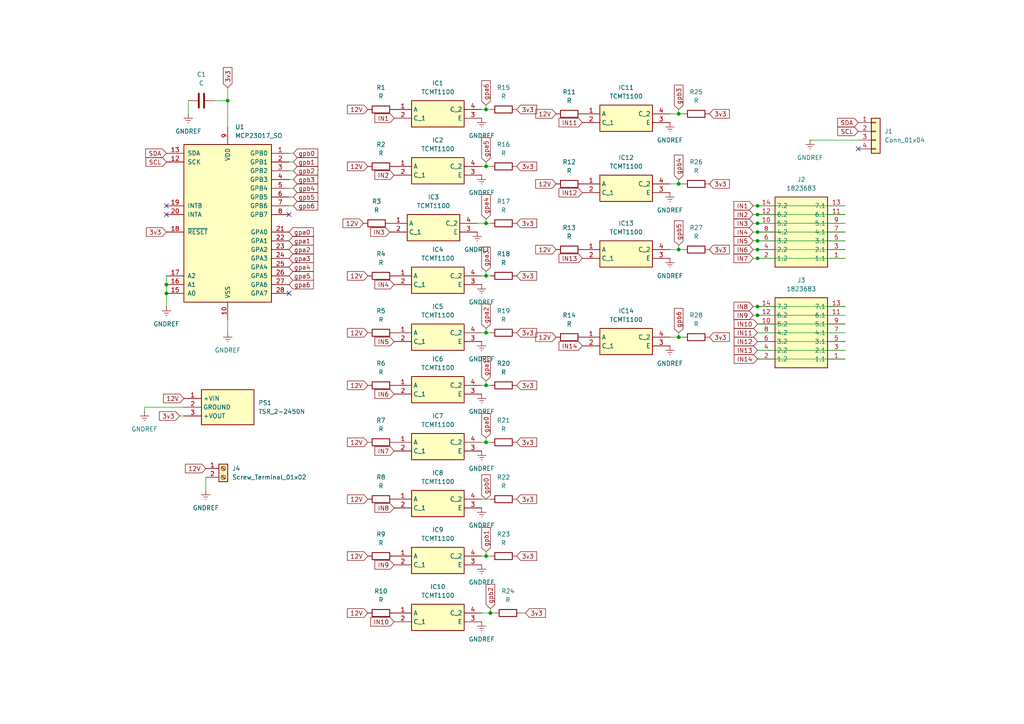
<source format=kicad_sch>
(kicad_sch (version 20250114) (generator "eeschema") (generator_version "9.0")
  (paper "A4")
  (lib_symbols
    (symbol "Connector:Screw_Terminal_01x02" (pin_names (offset 1.016) (hide yes))
      (property "Reference" "J" (at 0 2.54 0))
      (property "Value" "Screw_Terminal_01x02" (at 0 -5.08 0))
      (symbol "Screw_Terminal_01x02_1_1"
        (pin passive line (at -5.08 0 0) (length 3.81) (name "Pin_1") (number "1"))
        (pin passive line (at -5.08 -2.54 0) (length 3.81) (name "Pin_2") (number "2"))
      )
    )
    (symbol "Connector_Generic:Conn_01x04" (pin_names (offset 1.016) (hide yes))
      (property "Reference" "J" (at 0 5.08 0))
      (property "Value" "Conn_01x04" (at 0 -7.62 0))
      (symbol "Conn_01x04_1_1"
        (pin passive line (at -5.08 2.54 0) (length 3.81) (name "Pin_1") (number "1"))
        (pin passive line (at -5.08 0 0) (length 3.81) (name "Pin_2") (number "2"))
        (pin passive line (at -5.08 -2.54 0) (length 3.81) (name "Pin_3") (number "3"))
        (pin passive line (at -5.08 -5.08 0) (length 3.81) (name "Pin_4") (number "4"))
      )
    )
    (symbol "Device:C" (pin_numbers (hide yes)) (pin_names (offset 0.254))
      (property "Reference" "C" (at 0.635 2.54 0))
      (property "Value" "C" (at 0.635 -2.54 0))
      (symbol "C_1_1"
        (pin passive line (at 0 3.81 270) (length 2.794) (name "~") (number "1"))
        (pin passive line (at 0 -3.81 90) (length 2.794) (name "~") (number "2"))
      )
    )
    (symbol "Device:R" (pin_numbers (hide yes)) (pin_names (offset 0))
      (property "Reference" "R" (at 2.032 0 90))
      (property "Value" "R" (at 0 0 90))
      (symbol "R_1_1"
        (pin passive line (at 0 3.81 270) (length 1.27) (name "~") (number "1"))
        (pin passive line (at 0 -3.81 90) (length 1.27) (name "~") (number "2"))
      )
    )
    (symbol "Interface_Expansion:MCP23017_SO" (pin_names (offset 1.016))
      (property "Reference" "U" (at -11.43 24.13 0))
      (property "Value" "MCP23017_SO" (at 0 0 0))
      (symbol "MCP23017_SO_1_1"
        (pin bidirectional line (at -17.78 20.32 0) (length 5.08) (name "SDA") (number "13"))
        (pin input line (at -17.78 17.78 0) (length 5.08) (name "SCK") (number "12"))
        (pin tri_state line (at -17.78 5.08 0) (length 5.08) (name "INTB") (number "19"))
        (pin tri_state line (at -17.78 2.54 0) (length 5.08) (name "INTA") (number "20"))
        (pin input line (at -17.78 -2.54 0) (length 5.08) (name "~{RESET}") (number "18"))
        (pin input line (at -17.78 -15.24 0) (length 5.08) (name "A2") (number "17"))
        (pin input line (at -17.78 -17.78 0) (length 5.08) (name "A1") (number "16"))
        (pin input line (at -17.78 -20.32 0) (length 5.08) (name "A0") (number "15"))
        (pin no_connect line (at -12.7 15.24 0) (length 5.08) (hide yes) (name "NC") (number "11"))
        (pin no_connect line (at -12.7 12.7 0) (length 5.08) (hide yes) (name "NC") (number "14"))
        (pin power_in line (at 0 27.94 270) (length 5.08) (name "VDD") (number "9"))
        (pin power_in line (at 0 -27.94 90) (length 5.08) (name "VSS") (number "10"))
        (pin bidirectional line (at 17.78 20.32 180) (length 5.08) (name "GPB0") (number "1"))
        (pin bidirectional line (at 17.78 17.78 180) (length 5.08) (name "GPB1") (number "2"))
        (pin bidirectional line (at 17.78 15.24 180) (length 5.08) (name "GPB2") (number "3"))
        (pin bidirectional line (at 17.78 12.7 180) (length 5.08) (name "GPB3") (number "4"))
        (pin bidirectional line (at 17.78 10.16 180) (length 5.08) (name "GPB4") (number "5"))
        (pin bidirectional line (at 17.78 7.62 180) (length 5.08) (name "GPB5") (number "6"))
        (pin bidirectional line (at 17.78 5.08 180) (length 5.08) (name "GPB6") (number "7"))
        (pin output line (at 17.78 2.54 180) (length 5.08) (name "GPB7") (number "8"))
        (pin bidirectional line (at 17.78 -2.54 180) (length 5.08) (name "GPA0") (number "21"))
        (pin bidirectional line (at 17.78 -5.08 180) (length 5.08) (name "GPA1") (number "22"))
        (pin bidirectional line (at 17.78 -7.62 180) (length 5.08) (name "GPA2") (number "23"))
        (pin bidirectional line (at 17.78 -10.16 180) (length 5.08) (name "GPA3") (number "24"))
        (pin bidirectional line (at 17.78 -12.7 180) (length 5.08) (name "GPA4") (number "25"))
        (pin bidirectional line (at 17.78 -15.24 180) (length 5.08) (name "GPA5") (number "26"))
        (pin bidirectional line (at 17.78 -17.78 180) (length 5.08) (name "GPA6") (number "27"))
        (pin output line (at 17.78 -20.32 180) (length 5.08) (name "GPA7") (number "28"))
      )
    )
    (symbol "ioextender:1823683"
      (property "Reference" "J" (at 21.59 7.62 0))
      (property "Value" "1823683" (at 21.59 5.08 0))
      (symbol "1823683_1_1"
        (pin passive line (at 0 0 0) (length 5.08) (name "1.1") (number "1"))
        (pin passive line (at 0 -2.54 0) (length 5.08) (name "2.1") (number "3"))
        (pin passive line (at 0 -5.08 0) (length 5.08) (name "3.1") (number "5"))
        (pin passive line (at 0 -7.62 0) (length 5.08) (name "4.1") (number "7"))
        (pin passive line (at 0 -10.16 0) (length 5.08) (name "5.1") (number "9"))
        (pin passive line (at 0 -12.7 0) (length 5.08) (name "6.1") (number "11"))
        (pin passive line (at 0 -15.24 0) (length 5.08) (name "7.1") (number "13"))
        (pin passive line (at 25.4 0 180) (length 5.08) (name "1.2") (number "2"))
        (pin passive line (at 25.4 -2.54 180) (length 5.08) (name "2.2") (number "4"))
        (pin passive line (at 25.4 -5.08 180) (length 5.08) (name "3.2") (number "6"))
        (pin passive line (at 25.4 -7.62 180) (length 5.08) (name "4.2") (number "8"))
        (pin passive line (at 25.4 -10.16 180) (length 5.08) (name "5.2") (number "10"))
        (pin passive line (at 25.4 -12.7 180) (length 5.08) (name "6.2") (number "12"))
        (pin passive line (at 25.4 -15.24 180) (length 5.08) (name "7.2") (number "14"))
      )
    )
    (symbol "ioextender:TCMT1100"
      (property "Reference" "IC" (at 21.59 7.62 0))
      (property "Value" "TCMT1100" (at 21.59 5.08 0))
      (symbol "TCMT1100_1_1"
        (pin passive line (at 0 0 0) (length 5.08) (name "A") (number "1"))
        (pin passive line (at 0 -2.54 0) (length 5.08) (name "C_1") (number "2"))
        (pin passive line (at 25.4 0 180) (length 5.08) (name "C_2") (number "4"))
        (pin passive line (at 25.4 -2.54 180) (length 5.08) (name "E") (number "3"))
      )
    )
    (symbol "ioextender:TSR_2-2450N"
      (property "Reference" "PS1" (at 21.59 -1.2699 0))
      (property "Value" "TSR_2-2450N" (at 21.59 -3.8099 0))
      (property "Footprint" "ìoextender:TSR22450N" (at 21.59 -94.92 0))
      (symbol "TSR_2-2450N_1_1"
        (pin passive line (at 0 0 0) (length 5.08) (name "+VIN") (number "1"))
        (pin passive line (at 0 -2.54 0) (length 5.08) (name "GROUND") (number "2"))
        (pin passive line (at 0 -5.08 0) (length 5.08) (name "+VOUT") (number "3"))
      )
    )
    (symbol "power:GNDREF" (power) (pin_numbers (hide yes)) (pin_names (offset 0) (hide yes))
      (property "Value" "GNDREF" (at 0 -3.81 0))
      (symbol "GNDREF_1_1"
        (pin power_in line (at 0 0 270) (length 0) (name "~") (number "1"))
      )
    )
  )
  (junction (at 219.71 69.85))
  (junction (at 140.97 96.52))
  (junction (at 140.97 128.27))
  (junction (at 140.97 161.29))
  (junction (at 140.97 64.77))
  (junction (at 219.71 62.23))
  (junction (at 219.71 64.77))
  (junction (at 219.71 91.44))
  (junction (at 219.71 88.9))
  (junction (at 48.26 82.55))
  (junction (at 140.97 111.76))
  (junction (at 140.97 48.26))
  (junction (at 66.04 29.21))
  (junction (at 142.24 177.8))
  (junction (at 48.26 85.09))
  (junction (at 140.97 31.75))
  (junction (at 196.85 72.39))
  (junction (at 196.85 97.79))
  (junction (at 140.97 80.01))
  (junction (at 196.85 53.34))
  (junction (at 196.85 33.02))
  (junction (at 219.71 67.31))
  (junction (at 219.71 59.69))
  (junction (at 219.71 72.39))
  (junction (at 219.71 74.93))
  (no_connect (at 48.26 59.69))
  (no_connect (at 48.26 62.23))
  (no_connect (at 248.92 43.18))
  (no_connect (at 83.82 85.09))
  (no_connect (at 83.82 62.23))
  (wire (pts (xy 62.23 29.21) (xy 66.04 29.21)))
  (wire (pts (xy 66.04 29.21) (xy 66.04 36.83)))
  (wire (pts (xy 218.44 64.77) (xy 219.71 64.77)))
  (wire (pts (xy 219.71 69.85) (xy 245.11 69.85)))
  (wire (pts (xy 198.12 72.39) (xy 196.85 72.39)))
  (wire (pts (xy 196.85 72.39) (xy 194.31 72.39)))
  (wire (pts (xy 219.71 74.93) (xy 245.11 74.93)))
  (wire (pts (xy 140.97 31.75) (xy 142.24 31.75)))
  (wire (pts (xy 219.71 59.69) (xy 245.11 59.69)))
  (wire (pts (xy 196.85 52.07) (xy 196.85 53.34)))
  (wire (pts (xy 140.97 96.52) (xy 142.24 96.52)))
  (wire (pts (xy 219.71 101.6) (xy 245.11 101.6)))
  (wire (pts (xy 142.24 144.78) (xy 139.7 144.78)))
  (wire (pts (xy 219.71 93.98) (xy 245.11 93.98)))
  (wire (pts (xy 196.85 97.79) (xy 194.31 97.79)))
  (wire (pts (xy 140.97 160.02) (xy 140.97 161.29)))
  (wire (pts (xy 151.13 177.8) (xy 152.4 177.8)))
  (wire (pts (xy 41.91 119.38) (xy 41.91 118.11)))
  (wire (pts (xy 234.95 40.64) (xy 248.92 40.64)))
  (wire (pts (xy 85.09 57.15) (xy 83.82 57.15)))
  (wire (pts (xy 85.09 46.99) (xy 83.82 46.99)))
  (wire (pts (xy 138.43 64.77) (xy 140.97 64.77)))
  (wire (pts (xy 219.71 62.23) (xy 245.11 62.23)))
  (wire (pts (xy 85.09 49.53) (xy 83.82 49.53)))
  (wire (pts (xy 140.97 78.74) (xy 140.97 80.01)))
  (wire (pts (xy 142.24 177.8) (xy 143.51 177.8)))
  (wire (pts (xy 218.44 59.69) (xy 219.71 59.69)))
  (wire (pts (xy 198.12 97.79) (xy 196.85 97.79)))
  (wire (pts (xy 139.7 48.26) (xy 140.97 48.26)))
  (wire (pts (xy 85.09 52.07) (xy 83.82 52.07)))
  (wire (pts (xy 142.24 176.53) (xy 142.24 177.8)))
  (wire (pts (xy 219.71 91.44) (xy 245.11 91.44)))
  (wire (pts (xy 48.26 85.09) (xy 48.26 88.9)))
  (wire (pts (xy 218.44 62.23) (xy 219.71 62.23)))
  (wire (pts (xy 218.44 72.39) (xy 219.71 72.39)))
  (wire (pts (xy 140.97 46.99) (xy 140.97 48.26)))
  (wire (pts (xy 139.7 161.29) (xy 140.97 161.29)))
  (wire (pts (xy 196.85 33.02) (xy 198.12 33.02)))
  (wire (pts (xy 142.24 128.27) (xy 140.97 128.27)))
  (wire (pts (xy 218.44 91.44) (xy 219.71 91.44)))
  (wire (pts (xy 54.61 29.21) (xy 54.61 33.02)))
  (wire (pts (xy 48.26 80.01) (xy 48.26 82.55)))
  (wire (pts (xy 41.91 118.11) (xy 53.34 118.11)))
  (wire (pts (xy 66.04 25.4) (xy 66.04 29.21)))
  (wire (pts (xy 140.97 48.26) (xy 142.24 48.26)))
  (wire (pts (xy 140.97 30.48) (xy 140.97 31.75)))
  (wire (pts (xy 140.97 95.25) (xy 140.97 96.52)))
  (wire (pts (xy 196.85 53.34) (xy 194.31 53.34)))
  (wire (pts (xy 140.97 80.01) (xy 142.24 80.01)))
  (wire (pts (xy 196.85 71.12) (xy 196.85 72.39)))
  (wire (pts (xy 85.09 44.45) (xy 83.82 44.45)))
  (wire (pts (xy 139.7 80.01) (xy 140.97 80.01)))
  (wire (pts (xy 139.7 31.75) (xy 140.97 31.75)))
  (wire (pts (xy 140.97 111.76) (xy 139.7 111.76)))
  (wire (pts (xy 196.85 31.75) (xy 196.85 33.02)))
  (wire (pts (xy 218.44 74.93) (xy 219.71 74.93)))
  (wire (pts (xy 219.71 72.39) (xy 245.11 72.39)))
  (wire (pts (xy 219.71 88.9) (xy 245.11 88.9)))
  (wire (pts (xy 219.71 99.06) (xy 245.11 99.06)))
  (wire (pts (xy 48.26 82.55) (xy 48.26 85.09)))
  (wire (pts (xy 140.97 128.27) (xy 139.7 128.27)))
  (wire (pts (xy 219.71 104.14) (xy 245.11 104.14)))
  (wire (pts (xy 85.09 54.61) (xy 83.82 54.61)))
  (wire (pts (xy 52.07 120.65) (xy 53.34 120.65)))
  (wire (pts (xy 66.04 92.71) (xy 66.04 96.52)))
  (wire (pts (xy 219.71 96.52) (xy 245.11 96.52)))
  (wire (pts (xy 218.44 67.31) (xy 219.71 67.31)))
  (wire (pts (xy 140.97 127) (xy 140.97 128.27)))
  (wire (pts (xy 59.69 138.43) (xy 59.69 142.24)))
  (wire (pts (xy 196.85 96.52) (xy 196.85 97.79)))
  (wire (pts (xy 219.71 67.31) (xy 245.11 67.31)))
  (wire (pts (xy 140.97 110.49) (xy 140.97 111.76)))
  (wire (pts (xy 218.44 69.85) (xy 219.71 69.85)))
  (wire (pts (xy 142.24 111.76) (xy 140.97 111.76)))
  (wire (pts (xy 140.97 161.29) (xy 142.24 161.29)))
  (wire (pts (xy 194.31 33.02) (xy 196.85 33.02)))
  (wire (pts (xy 140.97 64.77) (xy 142.24 64.77)))
  (wire (pts (xy 140.97 63.5) (xy 140.97 64.77)))
  (wire (pts (xy 219.71 64.77) (xy 245.11 64.77)))
  (wire (pts (xy 139.7 177.8) (xy 142.24 177.8)))
  (wire (pts (xy 198.12 53.34) (xy 196.85 53.34)))
  (wire (pts (xy 218.44 88.9) (xy 219.71 88.9)))
  (wire (pts (xy 85.09 59.69) (xy 83.82 59.69)))
  (wire (pts (xy 139.7 96.52) (xy 140.97 96.52)))
  (global_label "IN5" (shape input) (at 218.44 69.85 180) (property "Intersheetrefs" "${INTERSHEET_REFS}" (effects (hide yes))))
  (global_label "3v3" (shape input) (at 205.74 33.02 0) (property "Intersheetrefs" "${INTERSHEET_REFS}" (effects (hide yes))))
  (global_label "gpa0" (shape input) (at 83.82 67.31 0) (property "Intersheetrefs" "${INTERSHEET_REFS}" (effects (hide yes))))
  (global_label "IN13" (shape input) (at 168.91 74.93 180) (property "Intersheetrefs" "${INTERSHEET_REFS}" (effects (hide yes))))
  (global_label "gpa5" (shape input) (at 83.82 80.01 0) (property "Intersheetrefs" "${INTERSHEET_REFS}" (effects (hide yes))))
  (global_label "3v3" (shape input) (at 149.86 128.27 0) (property "Intersheetrefs" "${INTERSHEET_REFS}" (effects (hide yes))))
  (global_label "IN2" (shape input) (at 218.44 62.23 180) (property "Intersheetrefs" "${INTERSHEET_REFS}" (effects (hide yes))))
  (global_label "gpa1" (shape input) (at 140.97 110.49 90) (property "Intersheetrefs" "${INTERSHEET_REFS}" (effects (hide yes))))
  (global_label "gpa4" (shape input) (at 140.97 63.5 90) (property "Intersheetrefs" "${INTERSHEET_REFS}" (effects (hide yes))))
  (global_label "IN8" (shape input) (at 114.3 147.32 180) (property "Intersheetrefs" "${INTERSHEET_REFS}" (effects (hide yes))))
  (global_label "12V" (shape input) (at 106.68 80.01 180) (property "Intersheetrefs" "${INTERSHEET_REFS}" (effects (hide yes))))
  (global_label "gpa0" (shape input) (at 140.97 127 90) (property "Intersheetrefs" "${INTERSHEET_REFS}" (effects (hide yes))))
  (global_label "12V" (shape input) (at 106.68 144.78 180) (property "Intersheetrefs" "${INTERSHEET_REFS}" (effects (hide yes))))
  (global_label "IN7" (shape input) (at 218.44 74.93 180) (property "Intersheetrefs" "${INTERSHEET_REFS}" (effects (hide yes))))
  (global_label "gpb3" (shape input) (at 196.85 31.75 90) (property "Intersheetrefs" "${INTERSHEET_REFS}" (effects (hide yes))))
  (global_label "gpb1" (shape input) (at 140.97 160.02 90) (property "Intersheetrefs" "${INTERSHEET_REFS}" (effects (hide yes))))
  (global_label "IN1" (shape input) (at 218.44 59.69 180) (property "Intersheetrefs" "${INTERSHEET_REFS}" (effects (hide yes))))
  (global_label "IN14" (shape input) (at 168.91 100.33 180) (property "Intersheetrefs" "${INTERSHEET_REFS}" (effects (hide yes))))
  (global_label "IN10" (shape input) (at 219.71 93.98 180) (property "Intersheetrefs" "${INTERSHEET_REFS}" (effects (hide yes))))
  (global_label "3v3" (shape input) (at 149.86 96.52 0) (property "Intersheetrefs" "${INTERSHEET_REFS}" (effects (hide yes))))
  (global_label "SDA" (shape input) (at 248.92 35.56 180) (property "Intersheetrefs" "${INTERSHEET_REFS}" (effects (hide yes))))
  (global_label "gpb6" (shape input) (at 85.09 59.69 0) (property "Intersheetrefs" "${INTERSHEET_REFS}" (effects (hide yes))))
  (global_label "3v3" (shape input) (at 66.04 25.4 90) (property "Intersheetrefs" "${INTERSHEET_REFS}" (effects (hide yes))))
  (global_label "IN2" (shape input) (at 114.3 50.8 180) (property "Intersheetrefs" "${INTERSHEET_REFS}" (effects (hide yes))))
  (global_label "IN7" (shape input) (at 114.3 130.81 180) (property "Intersheetrefs" "${INTERSHEET_REFS}" (effects (hide yes))))
  (global_label "12V" (shape input) (at 106.68 96.52 180) (property "Intersheetrefs" "${INTERSHEET_REFS}" (effects (hide yes))))
  (global_label "12V" (shape input) (at 161.29 33.02 180) (property "Intersheetrefs" "${INTERSHEET_REFS}" (effects (hide yes))))
  (global_label "gpb2" (shape input) (at 85.09 49.53 0) (property "Intersheetrefs" "${INTERSHEET_REFS}" (effects (hide yes))))
  (global_label "3v3" (shape input) (at 149.86 161.29 0) (property "Intersheetrefs" "${INTERSHEET_REFS}" (effects (hide yes))))
  (global_label "gpa3" (shape input) (at 83.82 74.93 0) (property "Intersheetrefs" "${INTERSHEET_REFS}" (effects (hide yes))))
  (global_label "gpb3" (shape input) (at 85.09 52.07 0) (property "Intersheetrefs" "${INTERSHEET_REFS}" (effects (hide yes))))
  (global_label "IN5" (shape input) (at 114.3 99.06 180) (property "Intersheetrefs" "${INTERSHEET_REFS}" (effects (hide yes))))
  (global_label "IN9" (shape input) (at 218.44 91.44 180) (property "Intersheetrefs" "${INTERSHEET_REFS}" (effects (hide yes))))
  (global_label "gpb0" (shape input) (at 140.97 144.78 90) (property "Intersheetrefs" "${INTERSHEET_REFS}" (effects (hide yes))))
  (global_label "IN6" (shape input) (at 218.44 72.39 180) (property "Intersheetrefs" "${INTERSHEET_REFS}" (effects (hide yes))))
  (global_label "IN12" (shape input) (at 168.91 55.88 180) (property "Intersheetrefs" "${INTERSHEET_REFS}" (effects (hide yes))))
  (global_label "12V" (shape input) (at 59.69 135.89 180) (property "Intersheetrefs" "${INTERSHEET_REFS}" (effects (hide yes))))
  (global_label "gpa1" (shape input) (at 83.82 69.85 0) (property "Intersheetrefs" "${INTERSHEET_REFS}" (effects (hide yes))))
  (global_label "3v3" (shape input) (at 205.74 72.39 0) (property "Intersheetrefs" "${INTERSHEET_REFS}" (effects (hide yes))))
  (global_label "gpb6" (shape input) (at 196.85 96.52 90) (property "Intersheetrefs" "${INTERSHEET_REFS}" (effects (hide yes))))
  (global_label "IN3" (shape input) (at 113.03 67.31 180) (property "Intersheetrefs" "${INTERSHEET_REFS}" (effects (hide yes))))
  (global_label "gpa3" (shape input) (at 140.97 78.74 90) (property "Intersheetrefs" "${INTERSHEET_REFS}" (effects (hide yes))))
  (global_label "IN3" (shape input) (at 218.44 64.77 180) (property "Intersheetrefs" "${INTERSHEET_REFS}" (effects (hide yes))))
  (global_label "IN8" (shape input) (at 218.44 88.9 180) (property "Intersheetrefs" "${INTERSHEET_REFS}" (effects (hide yes))))
  (global_label "gpb4" (shape input) (at 196.85 52.07 90) (property "Intersheetrefs" "${INTERSHEET_REFS}" (effects (hide yes))))
  (global_label "3v3" (shape input) (at 149.86 111.76 0) (property "Intersheetrefs" "${INTERSHEET_REFS}" (effects (hide yes))))
  (global_label "12V" (shape input) (at 106.68 111.76 180) (property "Intersheetrefs" "${INTERSHEET_REFS}" (effects (hide yes))))
  (global_label "12V" (shape input) (at 106.68 48.26 180) (property "Intersheetrefs" "${INTERSHEET_REFS}" (effects (hide yes))))
  (global_label "IN6" (shape input) (at 114.3 114.3 180) (property "Intersheetrefs" "${INTERSHEET_REFS}" (effects (hide yes))))
  (global_label "IN11" (shape input) (at 168.91 35.56 180) (property "Intersheetrefs" "${INTERSHEET_REFS}" (effects (hide yes))))
  (global_label "IN1" (shape input) (at 114.3 34.29 180) (property "Intersheetrefs" "${INTERSHEET_REFS}" (effects (hide yes))))
  (global_label "12V" (shape input) (at 105.41 64.77 180) (property "Intersheetrefs" "${INTERSHEET_REFS}" (effects (hide yes))))
  (global_label "3v3" (shape input) (at 52.07 120.65 180) (property "Intersheetrefs" "${INTERSHEET_REFS}" (effects (hide yes))))
  (global_label "3v3" (shape input) (at 149.86 64.77 0) (property "Intersheetrefs" "${INTERSHEET_REFS}" (effects (hide yes))))
  (global_label "gpb5" (shape input) (at 196.85 71.12 90) (property "Intersheetrefs" "${INTERSHEET_REFS}" (effects (hide yes))))
  (global_label "gpb5" (shape input) (at 85.09 57.15 0) (property "Intersheetrefs" "${INTERSHEET_REFS}" (effects (hide yes))))
  (global_label "gpa2" (shape input) (at 83.82 72.39 0) (property "Intersheetrefs" "${INTERSHEET_REFS}" (effects (hide yes))))
  (global_label "3v3" (shape input) (at 48.26 67.31 180) (property "Intersheetrefs" "${INTERSHEET_REFS}" (effects (hide yes))))
  (global_label "12V" (shape input) (at 106.68 161.29 180) (property "Intersheetrefs" "${INTERSHEET_REFS}" (effects (hide yes))))
  (global_label "3v3" (shape input) (at 149.86 48.26 0) (property "Intersheetrefs" "${INTERSHEET_REFS}" (effects (hide yes))))
  (global_label "gpa5" (shape input) (at 140.97 46.99 90) (property "Intersheetrefs" "${INTERSHEET_REFS}" (effects (hide yes))))
  (global_label "IN14" (shape input) (at 219.71 104.14 180) (property "Intersheetrefs" "${INTERSHEET_REFS}" (effects (hide yes))))
  (global_label "IN4" (shape input) (at 114.3 82.55 180) (property "Intersheetrefs" "${INTERSHEET_REFS}" (effects (hide yes))))
  (global_label "12V" (shape input) (at 53.34 115.57 180) (property "Intersheetrefs" "${INTERSHEET_REFS}" (effects (hide yes))))
  (global_label "gpa2" (shape input) (at 140.97 95.25 90) (property "Intersheetrefs" "${INTERSHEET_REFS}" (effects (hide yes))))
  (global_label "12V" (shape input) (at 106.68 128.27 180) (property "Intersheetrefs" "${INTERSHEET_REFS}" (effects (hide yes))))
  (global_label "12V" (shape input) (at 161.29 72.39 180) (property "Intersheetrefs" "${INTERSHEET_REFS}" (effects (hide yes))))
  (global_label "gpb2" (shape input) (at 142.24 176.53 90) (property "Intersheetrefs" "${INTERSHEET_REFS}" (effects (hide yes))))
  (global_label "3v3" (shape input) (at 149.86 31.75 0) (property "Intersheetrefs" "${INTERSHEET_REFS}" (effects (hide yes))))
  (global_label "IN9" (shape input) (at 114.3 163.83 180) (property "Intersheetrefs" "${INTERSHEET_REFS}" (effects (hide yes))))
  (global_label "3v3" (shape input) (at 149.86 80.01 0) (property "Intersheetrefs" "${INTERSHEET_REFS}" (effects (hide yes))))
  (global_label "SDA" (shape input) (at 48.26 44.45 180) (property "Intersheetrefs" "${INTERSHEET_REFS}" (effects (hide yes))))
  (global_label "IN10" (shape input) (at 114.3 180.34 180) (property "Intersheetrefs" "${INTERSHEET_REFS}" (effects (hide yes))))
  (global_label "gpa6" (shape input) (at 140.97 30.48 90) (property "Intersheetrefs" "${INTERSHEET_REFS}" (effects (hide yes))))
  (global_label "3v3" (shape input) (at 152.4 177.8 0) (property "Intersheetrefs" "${INTERSHEET_REFS}" (effects (hide yes))))
  (global_label "SCL" (shape input) (at 248.92 38.1 180) (property "Intersheetrefs" "${INTERSHEET_REFS}" (effects (hide yes))))
  (global_label "12V" (shape input) (at 161.29 97.79 180) (property "Intersheetrefs" "${INTERSHEET_REFS}" (effects (hide yes))))
  (global_label "3v3" (shape input) (at 205.74 53.34 0) (property "Intersheetrefs" "${INTERSHEET_REFS}" (effects (hide yes))))
  (global_label "gpb1" (shape input) (at 85.09 46.99 0) (property "Intersheetrefs" "${INTERSHEET_REFS}" (effects (hide yes))))
  (global_label "gpa6" (shape input) (at 83.82 82.55 0) (property "Intersheetrefs" "${INTERSHEET_REFS}" (effects (hide yes))))
  (global_label "gpb0" (shape input) (at 85.09 44.45 0) (property "Intersheetrefs" "${INTERSHEET_REFS}" (effects (hide yes))))
  (global_label "gpb4" (shape input) (at 85.09 54.61 0) (property "Intersheetrefs" "${INTERSHEET_REFS}" (effects (hide yes))))
  (global_label "12V" (shape input) (at 106.68 177.8 180) (property "Intersheetrefs" "${INTERSHEET_REFS}" (effects (hide yes))))
  (global_label "IN12" (shape input) (at 219.71 99.06 180) (property "Intersheetrefs" "${INTERSHEET_REFS}" (effects (hide yes))))
  (global_label "12V" (shape input) (at 106.68 31.75 180) (property "Intersheetrefs" "${INTERSHEET_REFS}" (effects (hide yes))))
  (global_label "SCL" (shape input) (at 48.26 46.99 180) (property "Intersheetrefs" "${INTERSHEET_REFS}" (effects (hide yes))))
  (global_label "12V" (shape input) (at 161.29 53.34 180) (property "Intersheetrefs" "${INTERSHEET_REFS}" (effects (hide yes))))
  (global_label "IN4" (shape input) (at 218.44 67.31 180) (property "Intersheetrefs" "${INTERSHEET_REFS}" (effects (hide yes))))
  (global_label "3v3" (shape input) (at 149.86 144.78 0) (property "Intersheetrefs" "${INTERSHEET_REFS}" (effects (hide yes))))
  (global_label "gpa4" (shape input) (at 83.82 77.47 0) (property "Intersheetrefs" "${INTERSHEET_REFS}" (effects (hide yes))))
  (global_label "3v3" (shape input) (at 205.74 97.79 0) (property "Intersheetrefs" "${INTERSHEET_REFS}" (effects (hide yes))))
  (global_label "IN13" (shape input) (at 219.71 101.6 180) (property "Intersheetrefs" "${INTERSHEET_REFS}" (effects (hide yes))))
  (global_label "IN11" (shape input) (at 219.71 96.52 180) (property "Intersheetrefs" "${INTERSHEET_REFS}" (effects (hide yes))))
  (symbol (lib_id "power:GNDREF") (at 59.69 142.24 0) (unit 1)
    (property "Reference" "#PWR019" (effects (hide yes)))
    (property "Value" "GNDREF" (at 59.69 147.32 0))
    (property "Description" "Power symbol creates a global label with name \"GNDREF\" , reference supply ground" (effects (hide yes)))
  )
  (symbol (lib_id "power:GNDREF") (at 194.31 35.56 0) (unit 1)
    (property "Reference" "#PWR016" (effects (hide yes)))
    (property "Value" "GNDREF" (at 194.31 40.64 0))
    (property "Description" "Power symbol creates a global label with name \"GNDREF\" , reference supply ground" (effects (hide yes)))
  )
  (symbol (lib_id "ioextender:TCMT1100") (at 168.91 53.34 0) (unit 1)
    (property "Reference" "IC12" (at 181.61 45.72 0))
    (property "Value" "TCMT1100" (at 181.61 48.26 0))
    (property "Footprint" "ìoextender:opto_tcmt1100" (effects (hide yes)))
    (property "Datasheet" "https://componentsearchengine.com/Datasheets/2/TCMT1100.pdf" (effects (hide yes)))
    (property "Description" "Optocoupler, Phototransistor Output, Single/Quad Channel, Half Pitch Mini-Flat Package" (effects (hide yes)))
    (property "Height" "2.1" (effects (hide yes)))
    (property "Manufacturer_Name" "Vishay" (effects (hide yes)))
    (property "Manufacturer_Part_Number" "TCMT1100" (effects (hide yes)))
    (property "Mouser Part Number" "782-TCMT1100" (effects (hide yes)))
    (property "Mouser Price/Stock" "https://www.mouser.co.uk/ProductDetail/Vishay-Semiconductors/TCMT1100?qs=iFB%2FIts7N%252BB%2F3GkRaSvByw%3D%3D" (effects (hide yes)))
    (property "Arrow Part Number" "TCMT1100" (effects (hide yes)))
    (property "Arrow Price/Stock" "https://www.arrow.com/en/products/tcmt1100/vishay?region=nac" (effects (hide yes)))
  )
  (symbol (lib_id "ioextender:TCMT1100") (at 114.3 111.76 0) (unit 1)
    (property "Reference" "IC6" (at 127 104.14 0))
    (property "Value" "TCMT1100" (at 127 106.68 0))
    (property "Footprint" "ìoextender:opto_tcmt1100" (effects (hide yes)))
    (property "Datasheet" "https://componentsearchengine.com/Datasheets/2/TCMT1100.pdf" (effects (hide yes)))
    (property "Description" "Optocoupler, Phototransistor Output, Single/Quad Channel, Half Pitch Mini-Flat Package" (effects (hide yes)))
    (property "Height" "2.1" (effects (hide yes)))
    (property "Manufacturer_Name" "Vishay" (effects (hide yes)))
    (property "Manufacturer_Part_Number" "TCMT1100" (effects (hide yes)))
    (property "Mouser Part Number" "782-TCMT1100" (effects (hide yes)))
    (property "Mouser Price/Stock" "https://www.mouser.co.uk/ProductDetail/Vishay-Semiconductors/TCMT1100?qs=iFB%2FIts7N%252BB%2F3GkRaSvByw%3D%3D" (effects (hide yes)))
    (property "Arrow Part Number" "TCMT1100" (effects (hide yes)))
    (property "Arrow Price/Stock" "https://www.arrow.com/en/products/tcmt1100/vishay?region=nac" (effects (hide yes)))
  )
  (symbol (lib_id "ioextender:TCMT1100") (at 114.3 80.01 0) (unit 1)
    (property "Reference" "IC4" (at 127 72.39 0))
    (property "Value" "TCMT1100" (at 127 74.93 0))
    (property "Footprint" "ìoextender:opto_tcmt1100" (effects (hide yes)))
    (property "Datasheet" "https://componentsearchengine.com/Datasheets/2/TCMT1100.pdf" (effects (hide yes)))
    (property "Description" "Optocoupler, Phototransistor Output, Single/Quad Channel, Half Pitch Mini-Flat Package" (effects (hide yes)))
    (property "Height" "2.1" (effects (hide yes)))
    (property "Manufacturer_Name" "Vishay" (effects (hide yes)))
    (property "Manufacturer_Part_Number" "TCMT1100" (effects (hide yes)))
    (property "Mouser Part Number" "782-TCMT1100" (effects (hide yes)))
    (property "Mouser Price/Stock" "https://www.mouser.co.uk/ProductDetail/Vishay-Semiconductors/TCMT1100?qs=iFB%2FIts7N%252BB%2F3GkRaSvByw%3D%3D" (effects (hide yes)))
    (property "Arrow Part Number" "TCMT1100" (effects (hide yes)))
    (property "Arrow Price/Stock" "https://www.arrow.com/en/products/tcmt1100/vishay?region=nac" (effects (hide yes)))
  )
  (symbol (lib_id "Device:R") (at 146.05 111.76 90) (unit 1)
    (property "Reference" "R20" (at 146.05 105.41 90))
    (property "Value" "R" (at 146.05 107.95 90))
    (property "Footprint" "Resistor_SMD:R_0805_2012Metric_Pad1.20x1.40mm_HandSolder" (effects (hide yes)))
    (property "Description" "Resistor" (effects (hide yes)))
  )
  (symbol (lib_id "power:GNDREF") (at 66.04 96.52 0) (unit 1)
    (property "Reference" "#PWR01" (effects (hide yes)))
    (property "Value" "GNDREF" (at 66.04 101.6 0))
    (property "Description" "Power symbol creates a global label with name \"GNDREF\" , reference supply ground" (effects (hide yes)))
  )
  (symbol (lib_id "power:GNDREF") (at 139.7 180.34 0) (unit 1)
    (property "Reference" "#PWR012" (effects (hide yes)))
    (property "Value" "GNDREF" (at 139.7 185.42 0))
    (property "Description" "Power symbol creates a global label with name \"GNDREF\" , reference supply ground" (effects (hide yes)))
  )
  (symbol (lib_id "Device:R") (at 109.22 64.77 90) (unit 1)
    (property "Reference" "R3" (at 109.22 58.42 90))
    (property "Value" "R" (at 109.22 60.96 90))
    (property "Footprint" "Resistor_SMD:R_0805_2012Metric_Pad1.20x1.40mm_HandSolder" (effects (hide yes)))
    (property "Description" "Resistor" (effects (hide yes)))
  )
  (symbol (lib_id "ioextender:TCMT1100") (at 114.3 31.75 0) (unit 1)
    (property "Reference" "IC1" (at 127 24.13 0))
    (property "Value" "TCMT1100" (at 127 26.67 0))
    (property "Footprint" "ìoextender:opto_tcmt1100" (effects (hide yes)))
    (property "Datasheet" "https://componentsearchengine.com/Datasheets/2/TCMT1100.pdf" (effects (hide yes)))
    (property "Description" "Optocoupler, Phototransistor Output, Single/Quad Channel, Half Pitch Mini-Flat Package" (effects (hide yes)))
    (property "Height" "2.1" (effects (hide yes)))
    (property "Manufacturer_Name" "Vishay" (effects (hide yes)))
    (property "Manufacturer_Part_Number" "TCMT1100" (effects (hide yes)))
    (property "Mouser Part Number" "782-TCMT1100" (effects (hide yes)))
    (property "Mouser Price/Stock" "https://www.mouser.co.uk/ProductDetail/Vishay-Semiconductors/TCMT1100?qs=iFB%2FIts7N%252BB%2F3GkRaSvByw%3D%3D" (effects (hide yes)))
    (property "Arrow Part Number" "TCMT1100" (effects (hide yes)))
    (property "Arrow Price/Stock" "https://www.arrow.com/en/products/tcmt1100/vishay?region=nac" (effects (hide yes)))
  )
  (symbol (lib_id "power:GNDREF") (at 139.7 147.32 0) (unit 1)
    (property "Reference" "#PWR06" (effects (hide yes)))
    (property "Value" "GNDREF" (at 139.7 152.4 0))
    (property "Description" "Power symbol creates a global label with name \"GNDREF\" , reference supply ground" (effects (hide yes)))
  )
  (symbol (lib_id "Device:R") (at 110.49 111.76 90) (unit 1)
    (property "Reference" "R6" (at 110.49 105.41 90))
    (property "Value" "R" (at 110.49 107.95 90))
    (property "Footprint" "Resistor_SMD:R_0805_2012Metric_Pad1.20x1.40mm_HandSolder" (effects (hide yes)))
    (property "Description" "Resistor" (effects (hide yes)))
  )
  (symbol (lib_id "Device:R") (at 110.49 48.26 90) (unit 1)
    (property "Reference" "R2" (at 110.49 41.91 90))
    (property "Value" "R" (at 110.49 44.45 90))
    (property "Footprint" "Resistor_SMD:R_0805_2012Metric_Pad1.20x1.40mm_HandSolder" (effects (hide yes)))
    (property "Description" "Resistor" (effects (hide yes)))
  )
  (symbol (lib_id "ioextender:1823683") (at 245.11 74.93 180) (unit 1)
    (property "Reference" "J2" (at 232.41 52.07 0))
    (property "Value" "1823683" (at 232.41 54.61 0))
    (property "Footprint" "ìoextender:1823683" (effects (hide yes)))
    (property "Datasheet" "http://www.phoenixcontact.com/de/produkte/1823683/pdf" (effects (hide yes)))
    (property "Description" "PCB terminal block, nominal current: 13.5 A, rated voltage (III/2): 160 V, nominal cross section: 1.5 mm?, Number of potentials: 7, Number of rows: 1, Number of positions per row: 7, product range: SPT 1,5/..-H-THR, pitch: 3.5 mm, connection method: Push-in spring connection, mounting: THR soldering, conductor/PCB connection direction: 0 ?, color: black, Pin layout: Linear double pinning, Solder pin [P]: 2 mm, type of packaging: 44 mm wide tape" (effects (hide yes)))
    (property "Height" "7.85" (effects (hide yes)))
    (property "Manufacturer_Name" "Phoenix Contact" (effects (hide yes)))
    (property "Manufacturer_Part_Number" "1823683" (effects (hide yes)))
    (property "Mouser Part Number" "651-1823683" (effects (hide yes)))
    (property "Mouser Price/Stock" "https://www.mouser.co.uk/ProductDetail/Phoenix-Contact/1823683?qs=2WS7V4AoKFrbQVdw9jQoSQ%3D%3D" (effects (hide yes)))
  )
  (symbol (lib_id "ioextender:TCMT1100") (at 114.3 144.78 0) (unit 1)
    (property "Reference" "IC8" (at 127 137.16 0))
    (property "Value" "TCMT1100" (at 127 139.7 0))
    (property "Footprint" "ìoextender:opto_tcmt1100" (effects (hide yes)))
    (property "Datasheet" "https://componentsearchengine.com/Datasheets/2/TCMT1100.pdf" (effects (hide yes)))
    (property "Description" "Optocoupler, Phototransistor Output, Single/Quad Channel, Half Pitch Mini-Flat Package" (effects (hide yes)))
    (property "Height" "2.1" (effects (hide yes)))
    (property "Manufacturer_Name" "Vishay" (effects (hide yes)))
    (property "Manufacturer_Part_Number" "TCMT1100" (effects (hide yes)))
    (property "Mouser Part Number" "782-TCMT1100" (effects (hide yes)))
    (property "Mouser Price/Stock" "https://www.mouser.co.uk/ProductDetail/Vishay-Semiconductors/TCMT1100?qs=iFB%2FIts7N%252BB%2F3GkRaSvByw%3D%3D" (effects (hide yes)))
    (property "Arrow Part Number" "TCMT1100" (effects (hide yes)))
    (property "Arrow Price/Stock" "https://www.arrow.com/en/products/tcmt1100/vishay?region=nac" (effects (hide yes)))
  )
  (symbol (lib_id "ioextender:TCMT1100") (at 168.91 97.79 0) (unit 1)
    (property "Reference" "IC14" (at 181.61 90.17 0))
    (property "Value" "TCMT1100" (at 181.61 92.71 0))
    (property "Footprint" "ìoextender:opto_tcmt1100" (effects (hide yes)))
    (property "Datasheet" "https://componentsearchengine.com/Datasheets/2/TCMT1100.pdf" (effects (hide yes)))
    (property "Description" "Optocoupler, Phototransistor Output, Single/Quad Channel, Half Pitch Mini-Flat Package" (effects (hide yes)))
    (property "Height" "2.1" (effects (hide yes)))
    (property "Manufacturer_Name" "Vishay" (effects (hide yes)))
    (property "Manufacturer_Part_Number" "TCMT1100" (effects (hide yes)))
    (property "Mouser Part Number" "782-TCMT1100" (effects (hide yes)))
    (property "Mouser Price/Stock" "https://www.mouser.co.uk/ProductDetail/Vishay-Semiconductors/TCMT1100?qs=iFB%2FIts7N%252BB%2F3GkRaSvByw%3D%3D" (effects (hide yes)))
    (property "Arrow Part Number" "TCMT1100" (effects (hide yes)))
    (property "Arrow Price/Stock" "https://www.arrow.com/en/products/tcmt1100/vishay?region=nac" (effects (hide yes)))
  )
  (symbol (lib_id "power:GNDREF") (at 194.31 55.88 0) (unit 1)
    (property "Reference" "#PWR015" (effects (hide yes)))
    (property "Value" "GNDREF" (at 194.31 60.96 0))
    (property "Description" "Power symbol creates a global label with name \"GNDREF\" , reference supply ground" (effects (hide yes)))
  )
  (symbol (lib_id "Device:R") (at 146.05 128.27 90) (unit 1)
    (property "Reference" "R21" (at 146.05 121.92 90))
    (property "Value" "R" (at 146.05 124.46 90))
    (property "Footprint" "Resistor_SMD:R_0805_2012Metric_Pad1.20x1.40mm_HandSolder" (effects (hide yes)))
    (property "Description" "Resistor" (effects (hide yes)))
  )
  (symbol (lib_id "ioextender:TCMT1100") (at 114.3 177.8 0) (unit 1)
    (property "Reference" "IC10" (at 127 170.18 0))
    (property "Value" "TCMT1100" (at 127 172.72 0))
    (property "Footprint" "ìoextender:opto_tcmt1100" (effects (hide yes)))
    (property "Datasheet" "https://componentsearchengine.com/Datasheets/2/TCMT1100.pdf" (effects (hide yes)))
    (property "Description" "Optocoupler, Phototransistor Output, Single/Quad Channel, Half Pitch Mini-Flat Package" (effects (hide yes)))
    (property "Height" "2.1" (effects (hide yes)))
    (property "Manufacturer_Name" "Vishay" (effects (hide yes)))
    (property "Manufacturer_Part_Number" "TCMT1100" (effects (hide yes)))
    (property "Mouser Part Number" "782-TCMT1100" (effects (hide yes)))
    (property "Mouser Price/Stock" "https://www.mouser.co.uk/ProductDetail/Vishay-Semiconductors/TCMT1100?qs=iFB%2FIts7N%252BB%2F3GkRaSvByw%3D%3D" (effects (hide yes)))
    (property "Arrow Part Number" "TCMT1100" (effects (hide yes)))
    (property "Arrow Price/Stock" "https://www.arrow.com/en/products/tcmt1100/vishay?region=nac" (effects (hide yes)))
  )
  (symbol (lib_id "Device:R") (at 201.93 53.34 90) (unit 1)
    (property "Reference" "R26" (at 201.93 46.99 90))
    (property "Value" "R" (at 201.93 49.53 90))
    (property "Footprint" "Resistor_SMD:R_0805_2012Metric_Pad1.20x1.40mm_HandSolder" (effects (hide yes)))
    (property "Description" "Resistor" (effects (hide yes)))
  )
  (symbol (lib_id "power:GNDREF") (at 138.43 67.31 0) (unit 1)
    (property "Reference" "#PWR010" (effects (hide yes)))
    (property "Value" "GNDREF" (at 138.43 72.39 0))
    (property "Description" "Power symbol creates a global label with name \"GNDREF\" , reference supply ground" (effects (hide yes)))
  )
  (symbol (lib_id "Device:R") (at 201.93 97.79 90) (unit 1)
    (property "Reference" "R28" (at 201.93 91.44 90))
    (property "Value" "R" (at 201.93 93.98 90))
    (property "Footprint" "Resistor_SMD:R_0805_2012Metric_Pad1.20x1.40mm_HandSolder" (effects (hide yes)))
    (property "Description" "Resistor" (effects (hide yes)))
  )
  (symbol (lib_id "Device:R") (at 201.93 72.39 90) (unit 1)
    (property "Reference" "R27" (at 201.93 66.04 90))
    (property "Value" "R" (at 201.93 68.58 90))
    (property "Footprint" "Resistor_SMD:R_0805_2012Metric_Pad1.20x1.40mm_HandSolder" (effects (hide yes)))
    (property "Description" "Resistor" (effects (hide yes)))
  )
  (symbol (lib_id "Device:R") (at 165.1 53.34 90) (unit 1)
    (property "Reference" "R12" (at 165.1 46.99 90))
    (property "Value" "R" (at 165.1 49.53 90))
    (property "Footprint" "Resistor_SMD:R_0805_2012Metric_Pad1.20x1.40mm_HandSolder" (effects (hide yes)))
    (property "Description" "Resistor" (effects (hide yes)))
  )
  (symbol (lib_id "Device:R") (at 110.49 144.78 90) (unit 1)
    (property "Reference" "R8" (at 110.49 138.43 90))
    (property "Value" "R" (at 110.49 140.97 90))
    (property "Footprint" "Resistor_SMD:R_0805_2012Metric_Pad1.20x1.40mm_HandSolder" (effects (hide yes)))
    (property "Description" "Resistor" (effects (hide yes)))
  )
  (symbol (lib_id "Device:R") (at 110.49 31.75 90) (unit 1)
    (property "Reference" "R1" (at 110.49 25.4 90))
    (property "Value" "R" (at 110.49 27.94 90))
    (property "Footprint" "Resistor_SMD:R_0805_2012Metric_Pad1.20x1.40mm_HandSolder" (effects (hide yes)))
    (property "Description" "Resistor" (effects (hide yes)))
  )
  (symbol (lib_id "power:GNDREF") (at 139.7 82.55 0) (unit 1)
    (property "Reference" "#PWR011" (effects (hide yes)))
    (property "Value" "GNDREF" (at 139.7 87.63 0))
    (property "Description" "Power symbol creates a global label with name \"GNDREF\" , reference supply ground" (effects (hide yes)))
  )
  (symbol (lib_id "ioextender:TCMT1100") (at 168.91 72.39 0) (unit 1)
    (property "Reference" "IC13" (at 181.61 64.77 0))
    (property "Value" "TCMT1100" (at 181.61 67.31 0))
    (property "Footprint" "ìoextender:opto_tcmt1100" (effects (hide yes)))
    (property "Datasheet" "https://componentsearchengine.com/Datasheets/2/TCMT1100.pdf" (effects (hide yes)))
    (property "Description" "Optocoupler, Phototransistor Output, Single/Quad Channel, Half Pitch Mini-Flat Package" (effects (hide yes)))
    (property "Height" "2.1" (effects (hide yes)))
    (property "Manufacturer_Name" "Vishay" (effects (hide yes)))
    (property "Manufacturer_Part_Number" "TCMT1100" (effects (hide yes)))
    (property "Mouser Part Number" "782-TCMT1100" (effects (hide yes)))
    (property "Mouser Price/Stock" "https://www.mouser.co.uk/ProductDetail/Vishay-Semiconductors/TCMT1100?qs=iFB%2FIts7N%252BB%2F3GkRaSvByw%3D%3D" (effects (hide yes)))
    (property "Arrow Part Number" "TCMT1100" (effects (hide yes)))
    (property "Arrow Price/Stock" "https://www.arrow.com/en/products/tcmt1100/vishay?region=nac" (effects (hide yes)))
  )
  (symbol (lib_id "power:GNDREF") (at 48.26 88.9 0) (unit 1)
    (property "Reference" "#PWR02" (effects (hide yes)))
    (property "Value" "GNDREF" (at 48.26 93.98 0))
    (property "Description" "Power symbol creates a global label with name \"GNDREF\" , reference supply ground" (effects (hide yes)))
  )
  (symbol (lib_id "ioextender:TCMT1100") (at 114.3 161.29 0) (unit 1)
    (property "Reference" "IC9" (at 127 153.67 0))
    (property "Value" "TCMT1100" (at 127 156.21 0))
    (property "Footprint" "ìoextender:opto_tcmt1100" (effects (hide yes)))
    (property "Datasheet" "https://componentsearchengine.com/Datasheets/2/TCMT1100.pdf" (effects (hide yes)))
    (property "Description" "Optocoupler, Phototransistor Output, Single/Quad Channel, Half Pitch Mini-Flat Package" (effects (hide yes)))
    (property "Height" "2.1" (effects (hide yes)))
    (property "Manufacturer_Name" "Vishay" (effects (hide yes)))
    (property "Manufacturer_Part_Number" "TCMT1100" (effects (hide yes)))
    (property "Mouser Part Number" "782-TCMT1100" (effects (hide yes)))
    (property "Mouser Price/Stock" "https://www.mouser.co.uk/ProductDetail/Vishay-Semiconductors/TCMT1100?qs=iFB%2FIts7N%252BB%2F3GkRaSvByw%3D%3D" (effects (hide yes)))
    (property "Arrow Part Number" "TCMT1100" (effects (hide yes)))
    (property "Arrow Price/Stock" "https://www.arrow.com/en/products/tcmt1100/vishay?region=nac" (effects (hide yes)))
  )
  (symbol (lib_id "ioextender:TSR_2-2450N") (at 53.34 115.57 0) (unit 1)
    (property "Reference" "PS1" (at 74.93 116.8399 0) (effects (justify left)))
    (property "Value" "TSR_2-2450N" (at 74.93 119.3799 0) (effects (justify left)))
    (property "Footprint" "ìoextender:TSR22450N" (at 74.93 210.49 0) (effects (justify left top)))
    (property "Datasheet" "https://www.tracopower.com/sites/default/files/products/datasheets/tsr2n_datasheet.pdf?t=1734742801" (effects (hide yes)))
    (property "Description" "Linear Regulator Replacement DC DC Converter 1 Output 5V 2A 6.5V - 36V Input , 2A , 10W , -40C ~ 85C , 3-SIP" (effects (hide yes)))
    (property "Height" "10.7" (effects (hide yes)))
    (property "Manufacturer_Name" "Traco Power" (effects (hide yes)))
    (property "Manufacturer_Part_Number" "TSR 2-2450N" (effects (hide yes)))
    (property "Mouser Part Number" "495-TSR2-2450N" (effects (hide yes)))
    (property "Mouser Price/Stock" "https://www.mouser.co.uk/ProductDetail/TRACO-Power/TSR-2-2450N?qs=7%2F6SraaimPQH6wYZuTdbyg%3D%3D" (effects (hide yes)))
  )
  (symbol (lib_id "Device:R") (at 201.93 33.02 90) (unit 1)
    (property "Reference" "R25" (at 201.93 26.67 90))
    (property "Value" "R" (at 201.93 29.21 90))
    (property "Footprint" "Resistor_SMD:R_0805_2012Metric_Pad1.20x1.40mm_HandSolder" (effects (hide yes)))
    (property "Description" "Resistor" (effects (hide yes)))
  )
  (symbol (lib_id "Device:R") (at 146.05 144.78 90) (unit 1)
    (property "Reference" "R22" (at 146.05 138.43 90))
    (property "Value" "R" (at 146.05 140.97 90))
    (property "Footprint" "Resistor_SMD:R_0805_2012Metric_Pad1.20x1.40mm_HandSolder" (effects (hide yes)))
    (property "Description" "Resistor" (effects (hide yes)))
  )
  (symbol (lib_id "Device:R") (at 146.05 80.01 90) (unit 1)
    (property "Reference" "R18" (at 146.05 73.66 90))
    (property "Value" "R" (at 146.05 76.2 90))
    (property "Footprint" "Resistor_SMD:R_0805_2012Metric_Pad1.20x1.40mm_HandSolder" (effects (hide yes)))
    (property "Description" "Resistor" (effects (hide yes)))
  )
  (symbol (lib_id "Interface_Expansion:MCP23017_SO") (at 66.04 64.77 0) (unit 1)
    (property "Reference" "U1" (at 68.1833 36.83 0) (effects (justify left)))
    (property "Value" "MCP23017_SO" (at 68.1833 39.37 0) (effects (justify left)))
    (property "Footprint" "Package_SO:SOIC-28W_7.5x17.9mm_P1.27mm" (effects (hide yes)))
    (property "Datasheet" "https://ww1.microchip.com/downloads/aemDocuments/documents/APID/ProductDocuments/DataSheets/MCP23017-Data-Sheet-DS20001952.pdf" (effects (hide yes)))
    (property "Description" "16-bit I/O expander, I2C, interrupts, w pull-ups, GPA/B7 output only (https://microchip.my.site.com/s/article/GPA7---GPB7-Cannot-Be-Used-as-Inputs-In-MCP23017),  SOIC-28" (effects (hide yes)))
  )
  (symbol (lib_id "Device:R") (at 165.1 72.39 90) (unit 1)
    (property "Reference" "R13" (at 165.1 66.04 90))
    (property "Value" "R" (at 165.1 68.58 90))
    (property "Footprint" "Resistor_SMD:R_0805_2012Metric_Pad1.20x1.40mm_HandSolder" (effects (hide yes)))
    (property "Description" "Resistor" (effects (hide yes)))
  )
  (symbol (lib_id "power:GNDREF") (at 139.7 163.83 0) (unit 1)
    (property "Reference" "#PWR07" (effects (hide yes)))
    (property "Value" "GNDREF" (at 139.7 168.91 0))
    (property "Description" "Power symbol creates a global label with name \"GNDREF\" , reference supply ground" (effects (hide yes)))
  )
  (symbol (lib_id "ioextender:TCMT1100") (at 114.3 128.27 0) (unit 1)
    (property "Reference" "IC7" (at 127 120.65 0))
    (property "Value" "TCMT1100" (at 127 123.19 0))
    (property "Footprint" "ìoextender:opto_tcmt1100" (effects (hide yes)))
    (property "Datasheet" "https://componentsearchengine.com/Datasheets/2/TCMT1100.pdf" (effects (hide yes)))
    (property "Description" "Optocoupler, Phototransistor Output, Single/Quad Channel, Half Pitch Mini-Flat Package" (effects (hide yes)))
    (property "Height" "2.1" (effects (hide yes)))
    (property "Manufacturer_Name" "Vishay" (effects (hide yes)))
    (property "Manufacturer_Part_Number" "TCMT1100" (effects (hide yes)))
    (property "Mouser Part Number" "782-TCMT1100" (effects (hide yes)))
    (property "Mouser Price/Stock" "https://www.mouser.co.uk/ProductDetail/Vishay-Semiconductors/TCMT1100?qs=iFB%2FIts7N%252BB%2F3GkRaSvByw%3D%3D" (effects (hide yes)))
    (property "Arrow Part Number" "TCMT1100" (effects (hide yes)))
    (property "Arrow Price/Stock" "https://www.arrow.com/en/products/tcmt1100/vishay?region=nac" (effects (hide yes)))
  )
  (symbol (lib_id "Device:R") (at 110.49 96.52 90) (unit 1)
    (property "Reference" "R5" (at 110.49 90.17 90))
    (property "Value" "R" (at 110.49 92.71 90))
    (property "Footprint" "Resistor_SMD:R_0805_2012Metric_Pad1.20x1.40mm_HandSolder" (effects (hide yes)))
    (property "Description" "Resistor" (effects (hide yes)))
  )
  (symbol (lib_id "Device:C") (at 58.42 29.21 90) (unit 1)
    (property "Reference" "C1" (at 58.42 21.59 90))
    (property "Value" "C" (at 58.42 24.13 90))
    (property "Footprint" "Capacitor_SMD:C_1206_3216Metric_Pad1.33x1.80mm_HandSolder" (effects (hide yes)))
    (property "Description" "Unpolarized capacitor" (effects (hide yes)))
  )
  (symbol (lib_id "Device:R") (at 146.05 31.75 90) (unit 1)
    (property "Reference" "R15" (at 146.05 25.4 90))
    (property "Value" "R" (at 146.05 27.94 90))
    (property "Footprint" "Resistor_SMD:R_0805_2012Metric_Pad1.20x1.40mm_HandSolder" (effects (hide yes)))
    (property "Description" "Resistor" (effects (hide yes)))
  )
  (symbol (lib_id "Device:R") (at 165.1 97.79 90) (unit 1)
    (property "Reference" "R14" (at 165.1 91.44 90))
    (property "Value" "R" (at 165.1 93.98 90))
    (property "Footprint" "Resistor_SMD:R_0805_2012Metric_Pad1.20x1.40mm_HandSolder" (effects (hide yes)))
    (property "Description" "Resistor" (effects (hide yes)))
  )
  (symbol (lib_id "power:GNDREF") (at 139.7 99.06 0) (unit 1)
    (property "Reference" "#PWR03" (effects (hide yes)))
    (property "Value" "GNDREF" (at 139.7 104.14 0))
    (property "Description" "Power symbol creates a global label with name \"GNDREF\" , reference supply ground" (effects (hide yes)))
  )
  (symbol (lib_id "power:GNDREF") (at 194.31 100.33 0) (unit 1)
    (property "Reference" "#PWR013" (effects (hide yes)))
    (property "Value" "GNDREF" (at 194.31 105.41 0))
    (property "Description" "Power symbol creates a global label with name \"GNDREF\" , reference supply ground" (effects (hide yes)))
  )
  (symbol (lib_id "Device:R") (at 110.49 128.27 90) (unit 1)
    (property "Reference" "R7" (at 110.49 121.92 90))
    (property "Value" "R" (at 110.49 124.46 90))
    (property "Footprint" "Resistor_SMD:R_0805_2012Metric_Pad1.20x1.40mm_HandSolder" (effects (hide yes)))
    (property "Description" "Resistor" (effects (hide yes)))
  )
  (symbol (lib_id "Connector_Generic:Conn_01x04") (at 254 38.1 0) (unit 1)
    (property "Reference" "J1" (at 256.54 38.0999 0) (effects (justify left)))
    (property "Value" "Conn_01x04" (at 256.54 40.6399 0) (effects (justify left)))
    (property "Footprint" "Connector_JST:JST_XA_B04B-XASK-1_1x04_P2.50mm_Vertical" (effects (hide yes)))
    (property "Description" "Generic connector, single row, 01x04, script generated (kicad-library-utils/schlib/autogen/connector/)" (effects (hide yes)))
  )
  (symbol (lib_id "Connector:Screw_Terminal_01x02") (at 64.77 135.89 0) (unit 1)
    (property "Reference" "J4" (at 67.31 135.8899 0) (effects (justify left)))
    (property "Value" "Screw_Terminal_01x02" (at 67.31 138.4299 0) (effects (justify left)))
    (property "Footprint" "TerminalBlock_MetzConnect:TerminalBlock_MetzConnect_Type059_RT06302HBWC_1x02_P3.50mm_Horizontal" (effects (hide yes)))
    (property "Description" "Generic screw terminal, single row, 01x02, script generated (kicad-library-utils/schlib/autogen/connector/)" (effects (hide yes)))
  )
  (symbol (lib_id "Device:R") (at 146.05 48.26 90) (unit 1)
    (property "Reference" "R16" (at 146.05 41.91 90))
    (property "Value" "R" (at 146.05 44.45 90))
    (property "Footprint" "Resistor_SMD:R_0805_2012Metric_Pad1.20x1.40mm_HandSolder" (effects (hide yes)))
    (property "Description" "Resistor" (effects (hide yes)))
  )
  (symbol (lib_id "Device:R") (at 147.32 177.8 90) (unit 1)
    (property "Reference" "R24" (at 147.32 171.45 90))
    (property "Value" "R" (at 147.32 173.99 90))
    (property "Footprint" "Resistor_SMD:R_0805_2012Metric_Pad1.20x1.40mm_HandSolder" (effects (hide yes)))
    (property "Description" "Resistor" (effects (hide yes)))
  )
  (symbol (lib_id "ioextender:TCMT1100") (at 168.91 33.02 0) (unit 1)
    (property "Reference" "IC11" (at 181.61 25.4 0))
    (property "Value" "TCMT1100" (at 181.61 27.94 0))
    (property "Footprint" "ìoextender:opto_tcmt1100" (effects (hide yes)))
    (property "Datasheet" "https://componentsearchengine.com/Datasheets/2/TCMT1100.pdf" (effects (hide yes)))
    (property "Description" "Optocoupler, Phototransistor Output, Single/Quad Channel, Half Pitch Mini-Flat Package" (effects (hide yes)))
    (property "Height" "2.1" (effects (hide yes)))
    (property "Manufacturer_Name" "Vishay" (effects (hide yes)))
    (property "Manufacturer_Part_Number" "TCMT1100" (effects (hide yes)))
    (property "Mouser Part Number" "782-TCMT1100" (effects (hide yes)))
    (property "Mouser Price/Stock" "https://www.mouser.co.uk/ProductDetail/Vishay-Semiconductors/TCMT1100?qs=iFB%2FIts7N%252BB%2F3GkRaSvByw%3D%3D" (effects (hide yes)))
    (property "Arrow Part Number" "TCMT1100" (effects (hide yes)))
    (property "Arrow Price/Stock" "https://www.arrow.com/en/products/tcmt1100/vishay?region=nac" (effects (hide yes)))
  )
  (symbol (lib_id "Device:R") (at 146.05 64.77 90) (unit 1)
    (property "Reference" "R17" (at 146.05 58.42 90))
    (property "Value" "R" (at 146.05 60.96 90))
    (property "Footprint" "Resistor_SMD:R_0805_2012Metric_Pad1.20x1.40mm_HandSolder" (effects (hide yes)))
    (property "Description" "Resistor" (effects (hide yes)))
  )
  (symbol (lib_id "ioextender:1823683") (at 245.11 104.14 180) (unit 1)
    (property "Reference" "J3" (at 232.41 81.28 0))
    (property "Value" "1823683" (at 232.41 83.82 0))
    (property "Footprint" "ìoextender:1823683" (effects (hide yes)))
    (property "Datasheet" "http://www.phoenixcontact.com/de/produkte/1823683/pdf" (effects (hide yes)))
    (property "Description" "PCB terminal block, nominal current: 13.5 A, rated voltage (III/2): 160 V, nominal cross section: 1.5 mm?, Number of potentials: 7, Number of rows: 1, Number of positions per row: 7, product range: SPT 1,5/..-H-THR, pitch: 3.5 mm, connection method: Push-in spring connection, mounting: THR soldering, conductor/PCB connection direction: 0 ?, color: black, Pin layout: Linear double pinning, Solder pin [P]: 2 mm, type of packaging: 44 mm wide tape" (effects (hide yes)))
    (property "Height" "7.85" (effects (hide yes)))
    (property "Manufacturer_Name" "Phoenix Contact" (effects (hide yes)))
    (property "Manufacturer_Part_Number" "1823683" (effects (hide yes)))
    (property "Mouser Part Number" "651-1823683" (effects (hide yes)))
    (property "Mouser Price/Stock" "https://www.mouser.co.uk/ProductDetail/Phoenix-Contact/1823683?qs=2WS7V4AoKFrbQVdw9jQoSQ%3D%3D" (effects (hide yes)))
  )
  (symbol (lib_id "power:GNDREF") (at 194.31 74.93 0) (unit 1)
    (property "Reference" "#PWR014" (effects (hide yes)))
    (property "Value" "GNDREF" (at 194.31 80.01 0))
    (property "Description" "Power symbol creates a global label with name \"GNDREF\" , reference supply ground" (effects (hide yes)))
  )
  (symbol (lib_id "ioextender:TCMT1100") (at 114.3 48.26 0) (unit 1)
    (property "Reference" "IC2" (at 127 40.64 0))
    (property "Value" "TCMT1100" (at 127 43.18 0))
    (property "Footprint" "ìoextender:opto_tcmt1100" (effects (hide yes)))
    (property "Datasheet" "https://componentsearchengine.com/Datasheets/2/TCMT1100.pdf" (effects (hide yes)))
    (property "Description" "Optocoupler, Phototransistor Output, Single/Quad Channel, Half Pitch Mini-Flat Package" (effects (hide yes)))
    (property "Height" "2.1" (effects (hide yes)))
    (property "Manufacturer_Name" "Vishay" (effects (hide yes)))
    (property "Manufacturer_Part_Number" "TCMT1100" (effects (hide yes)))
    (property "Mouser Part Number" "782-TCMT1100" (effects (hide yes)))
    (property "Mouser Price/Stock" "https://www.mouser.co.uk/ProductDetail/Vishay-Semiconductors/TCMT1100?qs=iFB%2FIts7N%252BB%2F3GkRaSvByw%3D%3D" (effects (hide yes)))
    (property "Arrow Part Number" "TCMT1100" (effects (hide yes)))
    (property "Arrow Price/Stock" "https://www.arrow.com/en/products/tcmt1100/vishay?region=nac" (effects (hide yes)))
  )
  (symbol (lib_id "power:GNDREF") (at 234.95 40.64 0) (unit 1)
    (property "Reference" "#PWR018" (effects (hide yes)))
    (property "Value" "GNDREF" (at 234.95 45.72 0))
    (property "Description" "Power symbol creates a global label with name \"GNDREF\" , reference supply ground" (effects (hide yes)))
  )
  (symbol (lib_id "ioextender:TCMT1100") (at 113.03 64.77 0) (unit 1)
    (property "Reference" "IC3" (at 125.73 57.15 0))
    (property "Value" "TCMT1100" (at 125.73 59.69 0))
    (property "Footprint" "ìoextender:opto_tcmt1100" (effects (hide yes)))
    (property "Datasheet" "https://componentsearchengine.com/Datasheets/2/TCMT1100.pdf" (effects (hide yes)))
    (property "Description" "Optocoupler, Phototransistor Output, Single/Quad Channel, Half Pitch Mini-Flat Package" (effects (hide yes)))
    (property "Height" "2.1" (effects (hide yes)))
    (property "Manufacturer_Name" "Vishay" (effects (hide yes)))
    (property "Manufacturer_Part_Number" "TCMT1100" (effects (hide yes)))
    (property "Mouser Part Number" "782-TCMT1100" (effects (hide yes)))
    (property "Mouser Price/Stock" "https://www.mouser.co.uk/ProductDetail/Vishay-Semiconductors/TCMT1100?qs=iFB%2FIts7N%252BB%2F3GkRaSvByw%3D%3D" (effects (hide yes)))
    (property "Arrow Part Number" "TCMT1100" (effects (hide yes)))
    (property "Arrow Price/Stock" "https://www.arrow.com/en/products/tcmt1100/vishay?region=nac" (effects (hide yes)))
  )
  (symbol (lib_id "power:GNDREF") (at 41.91 119.38 0) (unit 1)
    (property "Reference" "#PWR017" (effects (hide yes)))
    (property "Value" "GNDREF" (at 41.91 124.46 0))
    (property "Description" "Power symbol creates a global label with name \"GNDREF\" , reference supply ground" (effects (hide yes)))
  )
  (symbol (lib_id "power:GNDREF") (at 139.7 50.8 0) (unit 1)
    (property "Reference" "#PWR09" (effects (hide yes)))
    (property "Value" "GNDREF" (at 139.7 55.88 0))
    (property "Description" "Power symbol creates a global label with name \"GNDREF\" , reference supply ground" (effects (hide yes)))
  )
  (symbol (lib_id "power:GNDREF") (at 139.7 130.81 0) (unit 1)
    (property "Reference" "#PWR05" (effects (hide yes)))
    (property "Value" "GNDREF" (at 139.7 135.89 0))
    (property "Description" "Power symbol creates a global label with name \"GNDREF\" , reference supply ground" (effects (hide yes)))
  )
  (symbol (lib_id "ioextender:TCMT1100") (at 114.3 96.52 0) (unit 1)
    (property "Reference" "IC5" (at 127 88.9 0))
    (property "Value" "TCMT1100" (at 127 91.44 0))
    (property "Footprint" "ìoextender:opto_tcmt1100" (effects (hide yes)))
    (property "Datasheet" "https://componentsearchengine.com/Datasheets/2/TCMT1100.pdf" (effects (hide yes)))
    (property "Description" "Optocoupler, Phototransistor Output, Single/Quad Channel, Half Pitch Mini-Flat Package" (effects (hide yes)))
    (property "Height" "2.1" (effects (hide yes)))
    (property "Manufacturer_Name" "Vishay" (effects (hide yes)))
    (property "Manufacturer_Part_Number" "TCMT1100" (effects (hide yes)))
    (property "Mouser Part Number" "782-TCMT1100" (effects (hide yes)))
    (property "Mouser Price/Stock" "https://www.mouser.co.uk/ProductDetail/Vishay-Semiconductors/TCMT1100?qs=iFB%2FIts7N%252BB%2F3GkRaSvByw%3D%3D" (effects (hide yes)))
    (property "Arrow Part Number" "TCMT1100" (effects (hide yes)))
    (property "Arrow Price/Stock" "https://www.arrow.com/en/products/tcmt1100/vishay?region=nac" (effects (hide yes)))
  )
  (symbol (lib_id "power:GNDREF") (at 139.7 114.3 0) (unit 1)
    (property "Reference" "#PWR04" (effects (hide yes)))
    (property "Value" "GNDREF" (at 139.7 119.38 0))
    (property "Description" "Power symbol creates a global label with name \"GNDREF\" , reference supply ground" (effects (hide yes)))
  )
  (symbol (lib_id "Device:R") (at 110.49 161.29 90) (unit 1)
    (property "Reference" "R9" (at 110.49 154.94 90))
    (property "Value" "R" (at 110.49 157.48 90))
    (property "Footprint" "Resistor_SMD:R_0805_2012Metric_Pad1.20x1.40mm_HandSolder" (effects (hide yes)))
    (property "Description" "Resistor" (effects (hide yes)))
  )
  (symbol (lib_id "power:GNDREF") (at 139.7 34.29 0) (unit 1)
    (property "Reference" "#PWR08" (effects (hide yes)))
    (property "Value" "GNDREF" (at 139.7 39.37 0))
    (property "Description" "Power symbol creates a global label with name \"GNDREF\" , reference supply ground" (effects (hide yes)))
  )
  (symbol (lib_id "Device:R") (at 146.05 96.52 90) (unit 1)
    (property "Reference" "R19" (at 146.05 90.17 90))
    (property "Value" "R" (at 146.05 92.71 90))
    (property "Footprint" "Resistor_SMD:R_0805_2012Metric_Pad1.20x1.40mm_HandSolder" (effects (hide yes)))
    (property "Description" "Resistor" (effects (hide yes)))
  )
  (symbol (lib_id "power:GNDREF") (at 54.61 33.02 0) (unit 1)
    (property "Reference" "#PWR020" (effects (hide yes)))
    (property "Value" "GNDREF" (at 54.61 38.1 0))
    (property "Description" "Power symbol creates a global label with name \"GNDREF\" , reference supply ground" (effects (hide yes)))
  )
  (symbol (lib_id "Device:R") (at 165.1 33.02 90) (unit 1)
    (property "Reference" "R11" (at 165.1 26.67 90))
    (property "Value" "R" (at 165.1 29.21 90))
    (property "Footprint" "Resistor_SMD:R_0805_2012Metric_Pad1.20x1.40mm_HandSolder" (effects (hide yes)))
    (property "Description" "Resistor" (effects (hide yes)))
  )
  (symbol (lib_id "Device:R") (at 110.49 177.8 90) (unit 1)
    (property "Reference" "R10" (at 110.49 171.45 90))
    (property "Value" "R" (at 110.49 173.99 90))
    (property "Footprint" "Resistor_SMD:R_0805_2012Metric_Pad1.20x1.40mm_HandSolder" (effects (hide yes)))
    (property "Description" "Resistor" (effects (hide yes)))
  )
  (symbol (lib_id "Device:R") (at 146.05 161.29 90) (unit 1)
    (property "Reference" "R23" (at 146.05 154.94 90))
    (property "Value" "R" (at 146.05 157.48 90))
    (property "Footprint" "Resistor_SMD:R_0805_2012Metric_Pad1.20x1.40mm_HandSolder" (effects (hide yes)))
    (property "Description" "Resistor" (effects (hide yes)))
  )
  (symbol (lib_id "Device:R") (at 110.49 80.01 90) (unit 1)
    (property "Reference" "R4" (at 110.49 73.66 90))
    (property "Value" "R" (at 110.49 76.2 90))
    (property "Footprint" "Resistor_SMD:R_0805_2012Metric_Pad1.20x1.40mm_HandSolder" (effects (hide yes)))
    (property "Description" "Resistor" (effects (hide yes)))
  )
)
</source>
